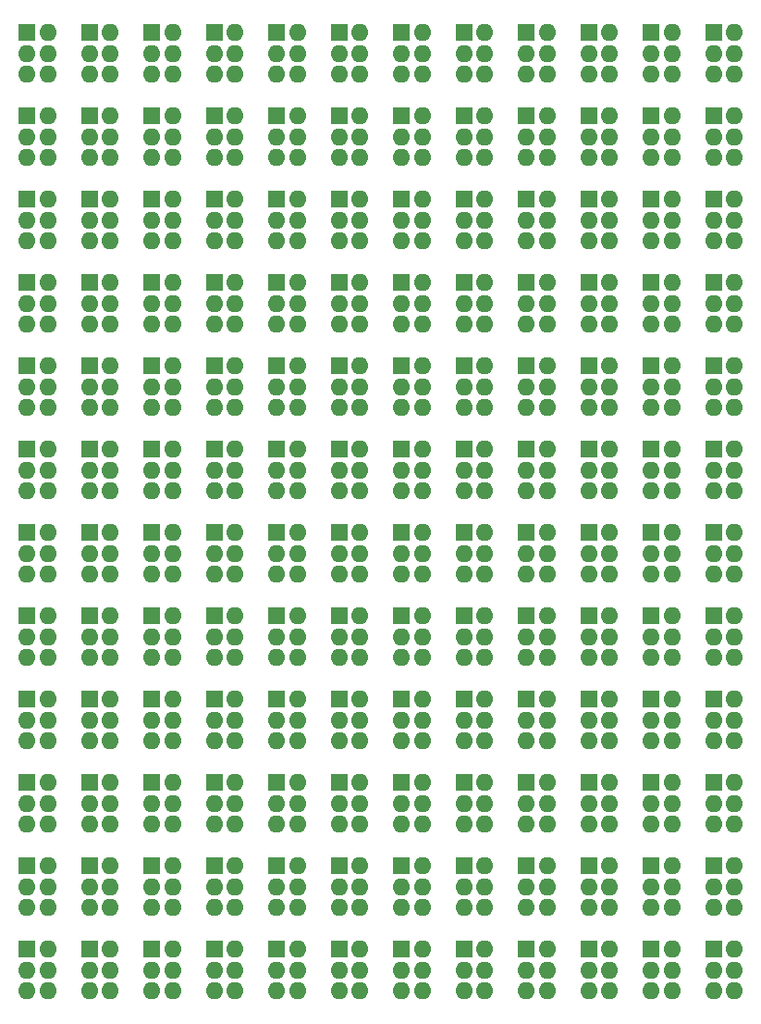
<source format=gbr>
%TF.GenerationSoftware,KiCad,Pcbnew,(6.0.10-0)*%
%TF.CreationDate,2023-11-17T22:44:04+01:00*%
%TF.ProjectId,test sensor panelized,74657374-2073-4656-9e73-6f722070616e,rev?*%
%TF.SameCoordinates,Original*%
%TF.FileFunction,Copper,L2,Bot*%
%TF.FilePolarity,Positive*%
%FSLAX46Y46*%
G04 Gerber Fmt 4.6, Leading zero omitted, Abs format (unit mm)*
G04 Created by KiCad (PCBNEW (6.0.10-0)) date 2023-11-17 22:44:04*
%MOMM*%
%LPD*%
G01*
G04 APERTURE LIST*
%TA.AperFunction,ComponentPad*%
%ADD10R,1.600000X1.600000*%
%TD*%
%TA.AperFunction,ComponentPad*%
%ADD11O,1.600000X1.600000*%
%TD*%
G04 APERTURE END LIST*
D10*
%TO.P,SW1,1*%
%TO.N,N/C*%
X150130000Y-59385000D03*
D11*
%TO.P,SW1,2*%
X150130000Y-61290000D03*
%TO.P,SW1,3*%
X150130000Y-63195000D03*
%TO.P,SW1,4*%
X152035000Y-63195000D03*
%TO.P,SW1,5*%
X152035000Y-61290000D03*
%TO.P,SW1,6*%
X152035000Y-59385000D03*
%TD*%
D10*
%TO.P,SW1,1*%
%TO.N,N/C*%
X127270000Y-112725000D03*
D11*
%TO.P,SW1,2*%
X127270000Y-114630000D03*
%TO.P,SW1,3*%
X127270000Y-116535000D03*
%TO.P,SW1,4*%
X129175000Y-116535000D03*
%TO.P,SW1,5*%
X129175000Y-114630000D03*
%TO.P,SW1,6*%
X129175000Y-112725000D03*
%TD*%
D10*
%TO.P,SW1,1*%
%TO.N,N/C*%
X138700000Y-28905000D03*
D11*
%TO.P,SW1,2*%
X138700000Y-30810000D03*
%TO.P,SW1,3*%
X138700000Y-32715000D03*
%TO.P,SW1,4*%
X140605000Y-32715000D03*
%TO.P,SW1,5*%
X140605000Y-30810000D03*
%TO.P,SW1,6*%
X140605000Y-28905000D03*
%TD*%
D10*
%TO.P,SW1,1*%
%TO.N,N/C*%
X144415000Y-97485000D03*
D11*
%TO.P,SW1,2*%
X144415000Y-99390000D03*
%TO.P,SW1,3*%
X144415000Y-101295000D03*
%TO.P,SW1,4*%
X146320000Y-101295000D03*
%TO.P,SW1,5*%
X146320000Y-99390000D03*
%TO.P,SW1,6*%
X146320000Y-97485000D03*
%TD*%
D10*
%TO.P,SW1,1*%
%TO.N,N/C*%
X155845000Y-36525000D03*
D11*
%TO.P,SW1,2*%
X155845000Y-38430000D03*
%TO.P,SW1,3*%
X155845000Y-40335000D03*
%TO.P,SW1,4*%
X157750000Y-40335000D03*
%TO.P,SW1,5*%
X157750000Y-38430000D03*
%TO.P,SW1,6*%
X157750000Y-36525000D03*
%TD*%
D10*
%TO.P,SW1,1*%
%TO.N,N/C*%
X150130000Y-67005000D03*
D11*
%TO.P,SW1,2*%
X150130000Y-68910000D03*
%TO.P,SW1,3*%
X150130000Y-70815000D03*
%TO.P,SW1,4*%
X152035000Y-70815000D03*
%TO.P,SW1,5*%
X152035000Y-68910000D03*
%TO.P,SW1,6*%
X152035000Y-67005000D03*
%TD*%
D10*
%TO.P,SW1,1*%
%TO.N,N/C*%
X155845000Y-74625000D03*
D11*
%TO.P,SW1,2*%
X155845000Y-76530000D03*
%TO.P,SW1,3*%
X155845000Y-78435000D03*
%TO.P,SW1,4*%
X157750000Y-78435000D03*
%TO.P,SW1,5*%
X157750000Y-76530000D03*
%TO.P,SW1,6*%
X157750000Y-74625000D03*
%TD*%
D10*
%TO.P,SW1,1*%
%TO.N,N/C*%
X172990000Y-89865000D03*
D11*
%TO.P,SW1,2*%
X172990000Y-91770000D03*
%TO.P,SW1,3*%
X172990000Y-93675000D03*
%TO.P,SW1,4*%
X174895000Y-93675000D03*
%TO.P,SW1,5*%
X174895000Y-91770000D03*
%TO.P,SW1,6*%
X174895000Y-89865000D03*
%TD*%
D10*
%TO.P,SW1,1*%
%TO.N,N/C*%
X144415000Y-44145000D03*
D11*
%TO.P,SW1,2*%
X144415000Y-46050000D03*
%TO.P,SW1,3*%
X144415000Y-47955000D03*
%TO.P,SW1,4*%
X146320000Y-47955000D03*
%TO.P,SW1,5*%
X146320000Y-46050000D03*
%TO.P,SW1,6*%
X146320000Y-44145000D03*
%TD*%
D10*
%TO.P,SW1,1*%
%TO.N,N/C*%
X178705000Y-82245000D03*
D11*
%TO.P,SW1,2*%
X178705000Y-84150000D03*
%TO.P,SW1,3*%
X178705000Y-86055000D03*
%TO.P,SW1,4*%
X180610000Y-86055000D03*
%TO.P,SW1,5*%
X180610000Y-84150000D03*
%TO.P,SW1,6*%
X180610000Y-82245000D03*
%TD*%
D10*
%TO.P,SW1,1*%
%TO.N,N/C*%
X132985000Y-97485000D03*
D11*
%TO.P,SW1,2*%
X132985000Y-99390000D03*
%TO.P,SW1,3*%
X132985000Y-101295000D03*
%TO.P,SW1,4*%
X134890000Y-101295000D03*
%TO.P,SW1,5*%
X134890000Y-99390000D03*
%TO.P,SW1,6*%
X134890000Y-97485000D03*
%TD*%
D10*
%TO.P,SW1,1*%
%TO.N,N/C*%
X155845000Y-51765000D03*
D11*
%TO.P,SW1,2*%
X155845000Y-53670000D03*
%TO.P,SW1,3*%
X155845000Y-55575000D03*
%TO.P,SW1,4*%
X157750000Y-55575000D03*
%TO.P,SW1,5*%
X157750000Y-53670000D03*
%TO.P,SW1,6*%
X157750000Y-51765000D03*
%TD*%
D10*
%TO.P,SW1,1*%
%TO.N,N/C*%
X155845000Y-82245000D03*
D11*
%TO.P,SW1,2*%
X155845000Y-84150000D03*
%TO.P,SW1,3*%
X155845000Y-86055000D03*
%TO.P,SW1,4*%
X157750000Y-86055000D03*
%TO.P,SW1,5*%
X157750000Y-84150000D03*
%TO.P,SW1,6*%
X157750000Y-82245000D03*
%TD*%
D10*
%TO.P,SW1,1*%
%TO.N,N/C*%
X115840000Y-36525000D03*
D11*
%TO.P,SW1,2*%
X115840000Y-38430000D03*
%TO.P,SW1,3*%
X115840000Y-40335000D03*
%TO.P,SW1,4*%
X117745000Y-40335000D03*
%TO.P,SW1,5*%
X117745000Y-38430000D03*
%TO.P,SW1,6*%
X117745000Y-36525000D03*
%TD*%
D10*
%TO.P,SW1,1*%
%TO.N,N/C*%
X155845000Y-59385000D03*
D11*
%TO.P,SW1,2*%
X155845000Y-61290000D03*
%TO.P,SW1,3*%
X155845000Y-63195000D03*
%TO.P,SW1,4*%
X157750000Y-63195000D03*
%TO.P,SW1,5*%
X157750000Y-61290000D03*
%TO.P,SW1,6*%
X157750000Y-59385000D03*
%TD*%
D10*
%TO.P,SW1,1*%
%TO.N,N/C*%
X172990000Y-82245000D03*
D11*
%TO.P,SW1,2*%
X172990000Y-84150000D03*
%TO.P,SW1,3*%
X172990000Y-86055000D03*
%TO.P,SW1,4*%
X174895000Y-86055000D03*
%TO.P,SW1,5*%
X174895000Y-84150000D03*
%TO.P,SW1,6*%
X174895000Y-82245000D03*
%TD*%
D10*
%TO.P,SW1,1*%
%TO.N,N/C*%
X167275000Y-74625000D03*
D11*
%TO.P,SW1,2*%
X167275000Y-76530000D03*
%TO.P,SW1,3*%
X167275000Y-78435000D03*
%TO.P,SW1,4*%
X169180000Y-78435000D03*
%TO.P,SW1,5*%
X169180000Y-76530000D03*
%TO.P,SW1,6*%
X169180000Y-74625000D03*
%TD*%
D10*
%TO.P,SW1,1*%
%TO.N,N/C*%
X167275000Y-105105000D03*
D11*
%TO.P,SW1,2*%
X167275000Y-107010000D03*
%TO.P,SW1,3*%
X167275000Y-108915000D03*
%TO.P,SW1,4*%
X169180000Y-108915000D03*
%TO.P,SW1,5*%
X169180000Y-107010000D03*
%TO.P,SW1,6*%
X169180000Y-105105000D03*
%TD*%
D10*
%TO.P,SW1,1*%
%TO.N,N/C*%
X127270000Y-89865000D03*
D11*
%TO.P,SW1,2*%
X127270000Y-91770000D03*
%TO.P,SW1,3*%
X127270000Y-93675000D03*
%TO.P,SW1,4*%
X129175000Y-93675000D03*
%TO.P,SW1,5*%
X129175000Y-91770000D03*
%TO.P,SW1,6*%
X129175000Y-89865000D03*
%TD*%
D10*
%TO.P,SW1,1*%
%TO.N,N/C*%
X115840000Y-89865000D03*
D11*
%TO.P,SW1,2*%
X115840000Y-91770000D03*
%TO.P,SW1,3*%
X115840000Y-93675000D03*
%TO.P,SW1,4*%
X117745000Y-93675000D03*
%TO.P,SW1,5*%
X117745000Y-91770000D03*
%TO.P,SW1,6*%
X117745000Y-89865000D03*
%TD*%
D10*
%TO.P,SW1,1*%
%TO.N,N/C*%
X138700000Y-36525000D03*
D11*
%TO.P,SW1,2*%
X138700000Y-38430000D03*
%TO.P,SW1,3*%
X138700000Y-40335000D03*
%TO.P,SW1,4*%
X140605000Y-40335000D03*
%TO.P,SW1,5*%
X140605000Y-38430000D03*
%TO.P,SW1,6*%
X140605000Y-36525000D03*
%TD*%
D10*
%TO.P,SW1,1*%
%TO.N,N/C*%
X150130000Y-28905000D03*
D11*
%TO.P,SW1,2*%
X150130000Y-30810000D03*
%TO.P,SW1,3*%
X150130000Y-32715000D03*
%TO.P,SW1,4*%
X152035000Y-32715000D03*
%TO.P,SW1,5*%
X152035000Y-30810000D03*
%TO.P,SW1,6*%
X152035000Y-28905000D03*
%TD*%
D10*
%TO.P,SW1,1*%
%TO.N,N/C*%
X144415000Y-82245000D03*
D11*
%TO.P,SW1,2*%
X144415000Y-84150000D03*
%TO.P,SW1,3*%
X144415000Y-86055000D03*
%TO.P,SW1,4*%
X146320000Y-86055000D03*
%TO.P,SW1,5*%
X146320000Y-84150000D03*
%TO.P,SW1,6*%
X146320000Y-82245000D03*
%TD*%
D10*
%TO.P,SW1,1*%
%TO.N,N/C*%
X127270000Y-105105000D03*
D11*
%TO.P,SW1,2*%
X127270000Y-107010000D03*
%TO.P,SW1,3*%
X127270000Y-108915000D03*
%TO.P,SW1,4*%
X129175000Y-108915000D03*
%TO.P,SW1,5*%
X129175000Y-107010000D03*
%TO.P,SW1,6*%
X129175000Y-105105000D03*
%TD*%
D10*
%TO.P,SW1,1*%
%TO.N,N/C*%
X172990000Y-28905000D03*
D11*
%TO.P,SW1,2*%
X172990000Y-30810000D03*
%TO.P,SW1,3*%
X172990000Y-32715000D03*
%TO.P,SW1,4*%
X174895000Y-32715000D03*
%TO.P,SW1,5*%
X174895000Y-30810000D03*
%TO.P,SW1,6*%
X174895000Y-28905000D03*
%TD*%
D10*
%TO.P,SW1,1*%
%TO.N,N/C*%
X121555000Y-51765000D03*
D11*
%TO.P,SW1,2*%
X121555000Y-53670000D03*
%TO.P,SW1,3*%
X121555000Y-55575000D03*
%TO.P,SW1,4*%
X123460000Y-55575000D03*
%TO.P,SW1,5*%
X123460000Y-53670000D03*
%TO.P,SW1,6*%
X123460000Y-51765000D03*
%TD*%
D10*
%TO.P,SW1,1*%
%TO.N,N/C*%
X167275000Y-67005000D03*
D11*
%TO.P,SW1,2*%
X167275000Y-68910000D03*
%TO.P,SW1,3*%
X167275000Y-70815000D03*
%TO.P,SW1,4*%
X169180000Y-70815000D03*
%TO.P,SW1,5*%
X169180000Y-68910000D03*
%TO.P,SW1,6*%
X169180000Y-67005000D03*
%TD*%
D10*
%TO.P,SW1,1*%
%TO.N,N/C*%
X127270000Y-67005000D03*
D11*
%TO.P,SW1,2*%
X127270000Y-68910000D03*
%TO.P,SW1,3*%
X127270000Y-70815000D03*
%TO.P,SW1,4*%
X129175000Y-70815000D03*
%TO.P,SW1,5*%
X129175000Y-68910000D03*
%TO.P,SW1,6*%
X129175000Y-67005000D03*
%TD*%
D10*
%TO.P,SW1,1*%
%TO.N,N/C*%
X172990000Y-67005000D03*
D11*
%TO.P,SW1,2*%
X172990000Y-68910000D03*
%TO.P,SW1,3*%
X172990000Y-70815000D03*
%TO.P,SW1,4*%
X174895000Y-70815000D03*
%TO.P,SW1,5*%
X174895000Y-68910000D03*
%TO.P,SW1,6*%
X174895000Y-67005000D03*
%TD*%
D10*
%TO.P,SW1,1*%
%TO.N,N/C*%
X144415000Y-36525000D03*
D11*
%TO.P,SW1,2*%
X144415000Y-38430000D03*
%TO.P,SW1,3*%
X144415000Y-40335000D03*
%TO.P,SW1,4*%
X146320000Y-40335000D03*
%TO.P,SW1,5*%
X146320000Y-38430000D03*
%TO.P,SW1,6*%
X146320000Y-36525000D03*
%TD*%
D10*
%TO.P,SW1,1*%
%TO.N,N/C*%
X132985000Y-67005000D03*
D11*
%TO.P,SW1,2*%
X132985000Y-68910000D03*
%TO.P,SW1,3*%
X132985000Y-70815000D03*
%TO.P,SW1,4*%
X134890000Y-70815000D03*
%TO.P,SW1,5*%
X134890000Y-68910000D03*
%TO.P,SW1,6*%
X134890000Y-67005000D03*
%TD*%
D10*
%TO.P,SW1,1*%
%TO.N,N/C*%
X144415000Y-67005000D03*
D11*
%TO.P,SW1,2*%
X144415000Y-68910000D03*
%TO.P,SW1,3*%
X144415000Y-70815000D03*
%TO.P,SW1,4*%
X146320000Y-70815000D03*
%TO.P,SW1,5*%
X146320000Y-68910000D03*
%TO.P,SW1,6*%
X146320000Y-67005000D03*
%TD*%
D10*
%TO.P,SW1,1*%
%TO.N,N/C*%
X115840000Y-112725000D03*
D11*
%TO.P,SW1,2*%
X115840000Y-114630000D03*
%TO.P,SW1,3*%
X115840000Y-116535000D03*
%TO.P,SW1,4*%
X117745000Y-116535000D03*
%TO.P,SW1,5*%
X117745000Y-114630000D03*
%TO.P,SW1,6*%
X117745000Y-112725000D03*
%TD*%
D10*
%TO.P,SW1,1*%
%TO.N,N/C*%
X132985000Y-112725000D03*
D11*
%TO.P,SW1,2*%
X132985000Y-114630000D03*
%TO.P,SW1,3*%
X132985000Y-116535000D03*
%TO.P,SW1,4*%
X134890000Y-116535000D03*
%TO.P,SW1,5*%
X134890000Y-114630000D03*
%TO.P,SW1,6*%
X134890000Y-112725000D03*
%TD*%
D10*
%TO.P,SW1,1*%
%TO.N,N/C*%
X161560000Y-67005000D03*
D11*
%TO.P,SW1,2*%
X161560000Y-68910000D03*
%TO.P,SW1,3*%
X161560000Y-70815000D03*
%TO.P,SW1,4*%
X163465000Y-70815000D03*
%TO.P,SW1,5*%
X163465000Y-68910000D03*
%TO.P,SW1,6*%
X163465000Y-67005000D03*
%TD*%
D10*
%TO.P,SW1,1*%
%TO.N,N/C*%
X150130000Y-44145000D03*
D11*
%TO.P,SW1,2*%
X150130000Y-46050000D03*
%TO.P,SW1,3*%
X150130000Y-47955000D03*
%TO.P,SW1,4*%
X152035000Y-47955000D03*
%TO.P,SW1,5*%
X152035000Y-46050000D03*
%TO.P,SW1,6*%
X152035000Y-44145000D03*
%TD*%
D10*
%TO.P,SW1,1*%
%TO.N,N/C*%
X167275000Y-59385000D03*
D11*
%TO.P,SW1,2*%
X167275000Y-61290000D03*
%TO.P,SW1,3*%
X167275000Y-63195000D03*
%TO.P,SW1,4*%
X169180000Y-63195000D03*
%TO.P,SW1,5*%
X169180000Y-61290000D03*
%TO.P,SW1,6*%
X169180000Y-59385000D03*
%TD*%
D10*
%TO.P,SW1,1*%
%TO.N,N/C*%
X138700000Y-51765000D03*
D11*
%TO.P,SW1,2*%
X138700000Y-53670000D03*
%TO.P,SW1,3*%
X138700000Y-55575000D03*
%TO.P,SW1,4*%
X140605000Y-55575000D03*
%TO.P,SW1,5*%
X140605000Y-53670000D03*
%TO.P,SW1,6*%
X140605000Y-51765000D03*
%TD*%
D10*
%TO.P,SW1,1*%
%TO.N,N/C*%
X144415000Y-112725000D03*
D11*
%TO.P,SW1,2*%
X144415000Y-114630000D03*
%TO.P,SW1,3*%
X144415000Y-116535000D03*
%TO.P,SW1,4*%
X146320000Y-116535000D03*
%TO.P,SW1,5*%
X146320000Y-114630000D03*
%TO.P,SW1,6*%
X146320000Y-112725000D03*
%TD*%
D10*
%TO.P,SW1,1*%
%TO.N,N/C*%
X172990000Y-51765000D03*
D11*
%TO.P,SW1,2*%
X172990000Y-53670000D03*
%TO.P,SW1,3*%
X172990000Y-55575000D03*
%TO.P,SW1,4*%
X174895000Y-55575000D03*
%TO.P,SW1,5*%
X174895000Y-53670000D03*
%TO.P,SW1,6*%
X174895000Y-51765000D03*
%TD*%
D10*
%TO.P,SW1,1*%
%TO.N,N/C*%
X150130000Y-97485000D03*
D11*
%TO.P,SW1,2*%
X150130000Y-99390000D03*
%TO.P,SW1,3*%
X150130000Y-101295000D03*
%TO.P,SW1,4*%
X152035000Y-101295000D03*
%TO.P,SW1,5*%
X152035000Y-99390000D03*
%TO.P,SW1,6*%
X152035000Y-97485000D03*
%TD*%
D10*
%TO.P,SW1,1*%
%TO.N,N/C*%
X127270000Y-36525000D03*
D11*
%TO.P,SW1,2*%
X127270000Y-38430000D03*
%TO.P,SW1,3*%
X127270000Y-40335000D03*
%TO.P,SW1,4*%
X129175000Y-40335000D03*
%TO.P,SW1,5*%
X129175000Y-38430000D03*
%TO.P,SW1,6*%
X129175000Y-36525000D03*
%TD*%
D10*
%TO.P,SW1,1*%
%TO.N,N/C*%
X144415000Y-74625000D03*
D11*
%TO.P,SW1,2*%
X144415000Y-76530000D03*
%TO.P,SW1,3*%
X144415000Y-78435000D03*
%TO.P,SW1,4*%
X146320000Y-78435000D03*
%TO.P,SW1,5*%
X146320000Y-76530000D03*
%TO.P,SW1,6*%
X146320000Y-74625000D03*
%TD*%
D10*
%TO.P,SW1,1*%
%TO.N,N/C*%
X155845000Y-28905000D03*
D11*
%TO.P,SW1,2*%
X155845000Y-30810000D03*
%TO.P,SW1,3*%
X155845000Y-32715000D03*
%TO.P,SW1,4*%
X157750000Y-32715000D03*
%TO.P,SW1,5*%
X157750000Y-30810000D03*
%TO.P,SW1,6*%
X157750000Y-28905000D03*
%TD*%
D10*
%TO.P,SW1,1*%
%TO.N,N/C*%
X167275000Y-28905000D03*
D11*
%TO.P,SW1,2*%
X167275000Y-30810000D03*
%TO.P,SW1,3*%
X167275000Y-32715000D03*
%TO.P,SW1,4*%
X169180000Y-32715000D03*
%TO.P,SW1,5*%
X169180000Y-30810000D03*
%TO.P,SW1,6*%
X169180000Y-28905000D03*
%TD*%
D10*
%TO.P,SW1,1*%
%TO.N,N/C*%
X172990000Y-112725000D03*
D11*
%TO.P,SW1,2*%
X172990000Y-114630000D03*
%TO.P,SW1,3*%
X172990000Y-116535000D03*
%TO.P,SW1,4*%
X174895000Y-116535000D03*
%TO.P,SW1,5*%
X174895000Y-114630000D03*
%TO.P,SW1,6*%
X174895000Y-112725000D03*
%TD*%
D10*
%TO.P,SW1,1*%
%TO.N,N/C*%
X115840000Y-74625000D03*
D11*
%TO.P,SW1,2*%
X115840000Y-76530000D03*
%TO.P,SW1,3*%
X115840000Y-78435000D03*
%TO.P,SW1,4*%
X117745000Y-78435000D03*
%TO.P,SW1,5*%
X117745000Y-76530000D03*
%TO.P,SW1,6*%
X117745000Y-74625000D03*
%TD*%
D10*
%TO.P,SW1,1*%
%TO.N,N/C*%
X121555000Y-97485000D03*
D11*
%TO.P,SW1,2*%
X121555000Y-99390000D03*
%TO.P,SW1,3*%
X121555000Y-101295000D03*
%TO.P,SW1,4*%
X123460000Y-101295000D03*
%TO.P,SW1,5*%
X123460000Y-99390000D03*
%TO.P,SW1,6*%
X123460000Y-97485000D03*
%TD*%
D10*
%TO.P,SW1,1*%
%TO.N,N/C*%
X132985000Y-74625000D03*
D11*
%TO.P,SW1,2*%
X132985000Y-76530000D03*
%TO.P,SW1,3*%
X132985000Y-78435000D03*
%TO.P,SW1,4*%
X134890000Y-78435000D03*
%TO.P,SW1,5*%
X134890000Y-76530000D03*
%TO.P,SW1,6*%
X134890000Y-74625000D03*
%TD*%
D10*
%TO.P,SW1,1*%
%TO.N,N/C*%
X132985000Y-51765000D03*
D11*
%TO.P,SW1,2*%
X132985000Y-53670000D03*
%TO.P,SW1,3*%
X132985000Y-55575000D03*
%TO.P,SW1,4*%
X134890000Y-55575000D03*
%TO.P,SW1,5*%
X134890000Y-53670000D03*
%TO.P,SW1,6*%
X134890000Y-51765000D03*
%TD*%
D10*
%TO.P,SW1,1*%
%TO.N,N/C*%
X132985000Y-89865000D03*
D11*
%TO.P,SW1,2*%
X132985000Y-91770000D03*
%TO.P,SW1,3*%
X132985000Y-93675000D03*
%TO.P,SW1,4*%
X134890000Y-93675000D03*
%TO.P,SW1,5*%
X134890000Y-91770000D03*
%TO.P,SW1,6*%
X134890000Y-89865000D03*
%TD*%
D10*
%TO.P,SW1,1*%
%TO.N,N/C*%
X167275000Y-97485000D03*
D11*
%TO.P,SW1,2*%
X167275000Y-99390000D03*
%TO.P,SW1,3*%
X167275000Y-101295000D03*
%TO.P,SW1,4*%
X169180000Y-101295000D03*
%TO.P,SW1,5*%
X169180000Y-99390000D03*
%TO.P,SW1,6*%
X169180000Y-97485000D03*
%TD*%
D10*
%TO.P,SW1,1*%
%TO.N,N/C*%
X167275000Y-82245000D03*
D11*
%TO.P,SW1,2*%
X167275000Y-84150000D03*
%TO.P,SW1,3*%
X167275000Y-86055000D03*
%TO.P,SW1,4*%
X169180000Y-86055000D03*
%TO.P,SW1,5*%
X169180000Y-84150000D03*
%TO.P,SW1,6*%
X169180000Y-82245000D03*
%TD*%
D10*
%TO.P,SW1,1*%
%TO.N,N/C*%
X144415000Y-51765000D03*
D11*
%TO.P,SW1,2*%
X144415000Y-53670000D03*
%TO.P,SW1,3*%
X144415000Y-55575000D03*
%TO.P,SW1,4*%
X146320000Y-55575000D03*
%TO.P,SW1,5*%
X146320000Y-53670000D03*
%TO.P,SW1,6*%
X146320000Y-51765000D03*
%TD*%
D10*
%TO.P,SW1,1*%
%TO.N,N/C*%
X115840000Y-51765000D03*
D11*
%TO.P,SW1,2*%
X115840000Y-53670000D03*
%TO.P,SW1,3*%
X115840000Y-55575000D03*
%TO.P,SW1,4*%
X117745000Y-55575000D03*
%TO.P,SW1,5*%
X117745000Y-53670000D03*
%TO.P,SW1,6*%
X117745000Y-51765000D03*
%TD*%
D10*
%TO.P,SW1,1*%
%TO.N,N/C*%
X121555000Y-36525000D03*
D11*
%TO.P,SW1,2*%
X121555000Y-38430000D03*
%TO.P,SW1,3*%
X121555000Y-40335000D03*
%TO.P,SW1,4*%
X123460000Y-40335000D03*
%TO.P,SW1,5*%
X123460000Y-38430000D03*
%TO.P,SW1,6*%
X123460000Y-36525000D03*
%TD*%
D10*
%TO.P,SW1,1*%
%TO.N,N/C*%
X178705000Y-89865000D03*
D11*
%TO.P,SW1,2*%
X178705000Y-91770000D03*
%TO.P,SW1,3*%
X178705000Y-93675000D03*
%TO.P,SW1,4*%
X180610000Y-93675000D03*
%TO.P,SW1,5*%
X180610000Y-91770000D03*
%TO.P,SW1,6*%
X180610000Y-89865000D03*
%TD*%
D10*
%TO.P,SW1,1*%
%TO.N,N/C*%
X132985000Y-44145000D03*
D11*
%TO.P,SW1,2*%
X132985000Y-46050000D03*
%TO.P,SW1,3*%
X132985000Y-47955000D03*
%TO.P,SW1,4*%
X134890000Y-47955000D03*
%TO.P,SW1,5*%
X134890000Y-46050000D03*
%TO.P,SW1,6*%
X134890000Y-44145000D03*
%TD*%
D10*
%TO.P,SW1,1*%
%TO.N,N/C*%
X178705000Y-74625000D03*
D11*
%TO.P,SW1,2*%
X178705000Y-76530000D03*
%TO.P,SW1,3*%
X178705000Y-78435000D03*
%TO.P,SW1,4*%
X180610000Y-78435000D03*
%TO.P,SW1,5*%
X180610000Y-76530000D03*
%TO.P,SW1,6*%
X180610000Y-74625000D03*
%TD*%
D10*
%TO.P,SW1,1*%
%TO.N,N/C*%
X115840000Y-97485000D03*
D11*
%TO.P,SW1,2*%
X115840000Y-99390000D03*
%TO.P,SW1,3*%
X115840000Y-101295000D03*
%TO.P,SW1,4*%
X117745000Y-101295000D03*
%TO.P,SW1,5*%
X117745000Y-99390000D03*
%TO.P,SW1,6*%
X117745000Y-97485000D03*
%TD*%
D10*
%TO.P,SW1,1*%
%TO.N,N/C*%
X115840000Y-105105000D03*
D11*
%TO.P,SW1,2*%
X115840000Y-107010000D03*
%TO.P,SW1,3*%
X115840000Y-108915000D03*
%TO.P,SW1,4*%
X117745000Y-108915000D03*
%TO.P,SW1,5*%
X117745000Y-107010000D03*
%TO.P,SW1,6*%
X117745000Y-105105000D03*
%TD*%
D10*
%TO.P,SW1,1*%
%TO.N,N/C*%
X161560000Y-105105000D03*
D11*
%TO.P,SW1,2*%
X161560000Y-107010000D03*
%TO.P,SW1,3*%
X161560000Y-108915000D03*
%TO.P,SW1,4*%
X163465000Y-108915000D03*
%TO.P,SW1,5*%
X163465000Y-107010000D03*
%TO.P,SW1,6*%
X163465000Y-105105000D03*
%TD*%
D10*
%TO.P,SW1,1*%
%TO.N,N/C*%
X161560000Y-97485000D03*
D11*
%TO.P,SW1,2*%
X161560000Y-99390000D03*
%TO.P,SW1,3*%
X161560000Y-101295000D03*
%TO.P,SW1,4*%
X163465000Y-101295000D03*
%TO.P,SW1,5*%
X163465000Y-99390000D03*
%TO.P,SW1,6*%
X163465000Y-97485000D03*
%TD*%
D10*
%TO.P,SW1,1*%
%TO.N,N/C*%
X161560000Y-112725000D03*
D11*
%TO.P,SW1,2*%
X161560000Y-114630000D03*
%TO.P,SW1,3*%
X161560000Y-116535000D03*
%TO.P,SW1,4*%
X163465000Y-116535000D03*
%TO.P,SW1,5*%
X163465000Y-114630000D03*
%TO.P,SW1,6*%
X163465000Y-112725000D03*
%TD*%
D10*
%TO.P,SW1,1*%
%TO.N,N/C*%
X138700000Y-59385000D03*
D11*
%TO.P,SW1,2*%
X138700000Y-61290000D03*
%TO.P,SW1,3*%
X138700000Y-63195000D03*
%TO.P,SW1,4*%
X140605000Y-63195000D03*
%TO.P,SW1,5*%
X140605000Y-61290000D03*
%TO.P,SW1,6*%
X140605000Y-59385000D03*
%TD*%
D10*
%TO.P,SW1,1*%
%TO.N,N/C*%
X138700000Y-44145000D03*
D11*
%TO.P,SW1,2*%
X138700000Y-46050000D03*
%TO.P,SW1,3*%
X138700000Y-47955000D03*
%TO.P,SW1,4*%
X140605000Y-47955000D03*
%TO.P,SW1,5*%
X140605000Y-46050000D03*
%TO.P,SW1,6*%
X140605000Y-44145000D03*
%TD*%
D10*
%TO.P,SW1,1*%
%TO.N,N/C*%
X161560000Y-51765000D03*
D11*
%TO.P,SW1,2*%
X161560000Y-53670000D03*
%TO.P,SW1,3*%
X161560000Y-55575000D03*
%TO.P,SW1,4*%
X163465000Y-55575000D03*
%TO.P,SW1,5*%
X163465000Y-53670000D03*
%TO.P,SW1,6*%
X163465000Y-51765000D03*
%TD*%
D10*
%TO.P,SW1,1*%
%TO.N,N/C*%
X138700000Y-97485000D03*
D11*
%TO.P,SW1,2*%
X138700000Y-99390000D03*
%TO.P,SW1,3*%
X138700000Y-101295000D03*
%TO.P,SW1,4*%
X140605000Y-101295000D03*
%TO.P,SW1,5*%
X140605000Y-99390000D03*
%TO.P,SW1,6*%
X140605000Y-97485000D03*
%TD*%
D10*
%TO.P,SW1,1*%
%TO.N,N/C*%
X138700000Y-67005000D03*
D11*
%TO.P,SW1,2*%
X138700000Y-68910000D03*
%TO.P,SW1,3*%
X138700000Y-70815000D03*
%TO.P,SW1,4*%
X140605000Y-70815000D03*
%TO.P,SW1,5*%
X140605000Y-68910000D03*
%TO.P,SW1,6*%
X140605000Y-67005000D03*
%TD*%
D10*
%TO.P,SW1,1*%
%TO.N,N/C*%
X161560000Y-36525000D03*
D11*
%TO.P,SW1,2*%
X161560000Y-38430000D03*
%TO.P,SW1,3*%
X161560000Y-40335000D03*
%TO.P,SW1,4*%
X163465000Y-40335000D03*
%TO.P,SW1,5*%
X163465000Y-38430000D03*
%TO.P,SW1,6*%
X163465000Y-36525000D03*
%TD*%
D10*
%TO.P,SW1,1*%
%TO.N,N/C*%
X161560000Y-89865000D03*
D11*
%TO.P,SW1,2*%
X161560000Y-91770000D03*
%TO.P,SW1,3*%
X161560000Y-93675000D03*
%TO.P,SW1,4*%
X163465000Y-93675000D03*
%TO.P,SW1,5*%
X163465000Y-91770000D03*
%TO.P,SW1,6*%
X163465000Y-89865000D03*
%TD*%
D10*
%TO.P,SW1,1*%
%TO.N,N/C*%
X161560000Y-82245000D03*
D11*
%TO.P,SW1,2*%
X161560000Y-84150000D03*
%TO.P,SW1,3*%
X161560000Y-86055000D03*
%TO.P,SW1,4*%
X163465000Y-86055000D03*
%TO.P,SW1,5*%
X163465000Y-84150000D03*
%TO.P,SW1,6*%
X163465000Y-82245000D03*
%TD*%
D10*
%TO.P,SW1,1*%
%TO.N,N/C*%
X127270000Y-44145000D03*
D11*
%TO.P,SW1,2*%
X127270000Y-46050000D03*
%TO.P,SW1,3*%
X127270000Y-47955000D03*
%TO.P,SW1,4*%
X129175000Y-47955000D03*
%TO.P,SW1,5*%
X129175000Y-46050000D03*
%TO.P,SW1,6*%
X129175000Y-44145000D03*
%TD*%
D10*
%TO.P,SW1,1*%
%TO.N,N/C*%
X132985000Y-105105000D03*
D11*
%TO.P,SW1,2*%
X132985000Y-107010000D03*
%TO.P,SW1,3*%
X132985000Y-108915000D03*
%TO.P,SW1,4*%
X134890000Y-108915000D03*
%TO.P,SW1,5*%
X134890000Y-107010000D03*
%TO.P,SW1,6*%
X134890000Y-105105000D03*
%TD*%
D10*
%TO.P,SW1,1*%
%TO.N,N/C*%
X127270000Y-28905000D03*
D11*
%TO.P,SW1,2*%
X127270000Y-30810000D03*
%TO.P,SW1,3*%
X127270000Y-32715000D03*
%TO.P,SW1,4*%
X129175000Y-32715000D03*
%TO.P,SW1,5*%
X129175000Y-30810000D03*
%TO.P,SW1,6*%
X129175000Y-28905000D03*
%TD*%
D10*
%TO.P,SW1,1*%
%TO.N,N/C*%
X132985000Y-82245000D03*
D11*
%TO.P,SW1,2*%
X132985000Y-84150000D03*
%TO.P,SW1,3*%
X132985000Y-86055000D03*
%TO.P,SW1,4*%
X134890000Y-86055000D03*
%TO.P,SW1,5*%
X134890000Y-84150000D03*
%TO.P,SW1,6*%
X134890000Y-82245000D03*
%TD*%
D10*
%TO.P,SW1,1*%
%TO.N,N/C*%
X138700000Y-74625000D03*
D11*
%TO.P,SW1,2*%
X138700000Y-76530000D03*
%TO.P,SW1,3*%
X138700000Y-78435000D03*
%TO.P,SW1,4*%
X140605000Y-78435000D03*
%TO.P,SW1,5*%
X140605000Y-76530000D03*
%TO.P,SW1,6*%
X140605000Y-74625000D03*
%TD*%
D10*
%TO.P,SW1,1*%
%TO.N,N/C*%
X155845000Y-97485000D03*
D11*
%TO.P,SW1,2*%
X155845000Y-99390000D03*
%TO.P,SW1,3*%
X155845000Y-101295000D03*
%TO.P,SW1,4*%
X157750000Y-101295000D03*
%TO.P,SW1,5*%
X157750000Y-99390000D03*
%TO.P,SW1,6*%
X157750000Y-97485000D03*
%TD*%
D10*
%TO.P,SW1,1*%
%TO.N,N/C*%
X155845000Y-67005000D03*
D11*
%TO.P,SW1,2*%
X155845000Y-68910000D03*
%TO.P,SW1,3*%
X155845000Y-70815000D03*
%TO.P,SW1,4*%
X157750000Y-70815000D03*
%TO.P,SW1,5*%
X157750000Y-68910000D03*
%TO.P,SW1,6*%
X157750000Y-67005000D03*
%TD*%
D10*
%TO.P,SW1,1*%
%TO.N,N/C*%
X138700000Y-112725000D03*
D11*
%TO.P,SW1,2*%
X138700000Y-114630000D03*
%TO.P,SW1,3*%
X138700000Y-116535000D03*
%TO.P,SW1,4*%
X140605000Y-116535000D03*
%TO.P,SW1,5*%
X140605000Y-114630000D03*
%TO.P,SW1,6*%
X140605000Y-112725000D03*
%TD*%
D10*
%TO.P,SW1,1*%
%TO.N,N/C*%
X161560000Y-44145000D03*
D11*
%TO.P,SW1,2*%
X161560000Y-46050000D03*
%TO.P,SW1,3*%
X161560000Y-47955000D03*
%TO.P,SW1,4*%
X163465000Y-47955000D03*
%TO.P,SW1,5*%
X163465000Y-46050000D03*
%TO.P,SW1,6*%
X163465000Y-44145000D03*
%TD*%
D10*
%TO.P,SW1,1*%
%TO.N,N/C*%
X121555000Y-82245000D03*
D11*
%TO.P,SW1,2*%
X121555000Y-84150000D03*
%TO.P,SW1,3*%
X121555000Y-86055000D03*
%TO.P,SW1,4*%
X123460000Y-86055000D03*
%TO.P,SW1,5*%
X123460000Y-84150000D03*
%TO.P,SW1,6*%
X123460000Y-82245000D03*
%TD*%
D10*
%TO.P,SW1,1*%
%TO.N,N/C*%
X127270000Y-82245000D03*
D11*
%TO.P,SW1,2*%
X127270000Y-84150000D03*
%TO.P,SW1,3*%
X127270000Y-86055000D03*
%TO.P,SW1,4*%
X129175000Y-86055000D03*
%TO.P,SW1,5*%
X129175000Y-84150000D03*
%TO.P,SW1,6*%
X129175000Y-82245000D03*
%TD*%
D10*
%TO.P,SW1,1*%
%TO.N,N/C*%
X178705000Y-97485000D03*
D11*
%TO.P,SW1,2*%
X178705000Y-99390000D03*
%TO.P,SW1,3*%
X178705000Y-101295000D03*
%TO.P,SW1,4*%
X180610000Y-101295000D03*
%TO.P,SW1,5*%
X180610000Y-99390000D03*
%TO.P,SW1,6*%
X180610000Y-97485000D03*
%TD*%
D10*
%TO.P,SW1,1*%
%TO.N,N/C*%
X167275000Y-112725000D03*
D11*
%TO.P,SW1,2*%
X167275000Y-114630000D03*
%TO.P,SW1,3*%
X167275000Y-116535000D03*
%TO.P,SW1,4*%
X169180000Y-116535000D03*
%TO.P,SW1,5*%
X169180000Y-114630000D03*
%TO.P,SW1,6*%
X169180000Y-112725000D03*
%TD*%
D10*
%TO.P,SW1,1*%
%TO.N,N/C*%
X121555000Y-67005000D03*
D11*
%TO.P,SW1,2*%
X121555000Y-68910000D03*
%TO.P,SW1,3*%
X121555000Y-70815000D03*
%TO.P,SW1,4*%
X123460000Y-70815000D03*
%TO.P,SW1,5*%
X123460000Y-68910000D03*
%TO.P,SW1,6*%
X123460000Y-67005000D03*
%TD*%
D10*
%TO.P,SW1,1*%
%TO.N,N/C*%
X115840000Y-28905000D03*
D11*
%TO.P,SW1,2*%
X115840000Y-30810000D03*
%TO.P,SW1,3*%
X115840000Y-32715000D03*
%TO.P,SW1,4*%
X117745000Y-32715000D03*
%TO.P,SW1,5*%
X117745000Y-30810000D03*
%TO.P,SW1,6*%
X117745000Y-28905000D03*
%TD*%
D10*
%TO.P,SW1,1*%
%TO.N,N/C*%
X150130000Y-36525000D03*
D11*
%TO.P,SW1,2*%
X150130000Y-38430000D03*
%TO.P,SW1,3*%
X150130000Y-40335000D03*
%TO.P,SW1,4*%
X152035000Y-40335000D03*
%TO.P,SW1,5*%
X152035000Y-38430000D03*
%TO.P,SW1,6*%
X152035000Y-36525000D03*
%TD*%
D10*
%TO.P,SW1,1*%
%TO.N,N/C*%
X172990000Y-44145000D03*
D11*
%TO.P,SW1,2*%
X172990000Y-46050000D03*
%TO.P,SW1,3*%
X172990000Y-47955000D03*
%TO.P,SW1,4*%
X174895000Y-47955000D03*
%TO.P,SW1,5*%
X174895000Y-46050000D03*
%TO.P,SW1,6*%
X174895000Y-44145000D03*
%TD*%
D10*
%TO.P,SW1,1*%
%TO.N,N/C*%
X178705000Y-105105000D03*
D11*
%TO.P,SW1,2*%
X178705000Y-107010000D03*
%TO.P,SW1,3*%
X178705000Y-108915000D03*
%TO.P,SW1,4*%
X180610000Y-108915000D03*
%TO.P,SW1,5*%
X180610000Y-107010000D03*
%TO.P,SW1,6*%
X180610000Y-105105000D03*
%TD*%
D10*
%TO.P,SW1,1*%
%TO.N,N/C*%
X172990000Y-36525000D03*
D11*
%TO.P,SW1,2*%
X172990000Y-38430000D03*
%TO.P,SW1,3*%
X172990000Y-40335000D03*
%TO.P,SW1,4*%
X174895000Y-40335000D03*
%TO.P,SW1,5*%
X174895000Y-38430000D03*
%TO.P,SW1,6*%
X174895000Y-36525000D03*
%TD*%
D10*
%TO.P,SW1,1*%
%TO.N,N/C*%
X167275000Y-44145000D03*
D11*
%TO.P,SW1,2*%
X167275000Y-46050000D03*
%TO.P,SW1,3*%
X167275000Y-47955000D03*
%TO.P,SW1,4*%
X169180000Y-47955000D03*
%TO.P,SW1,5*%
X169180000Y-46050000D03*
%TO.P,SW1,6*%
X169180000Y-44145000D03*
%TD*%
D10*
%TO.P,SW1,1*%
%TO.N,N/C*%
X172990000Y-74625000D03*
D11*
%TO.P,SW1,2*%
X172990000Y-76530000D03*
%TO.P,SW1,3*%
X172990000Y-78435000D03*
%TO.P,SW1,4*%
X174895000Y-78435000D03*
%TO.P,SW1,5*%
X174895000Y-76530000D03*
%TO.P,SW1,6*%
X174895000Y-74625000D03*
%TD*%
D10*
%TO.P,SW1,1*%
%TO.N,N/C*%
X115840000Y-59385000D03*
D11*
%TO.P,SW1,2*%
X115840000Y-61290000D03*
%TO.P,SW1,3*%
X115840000Y-63195000D03*
%TO.P,SW1,4*%
X117745000Y-63195000D03*
%TO.P,SW1,5*%
X117745000Y-61290000D03*
%TO.P,SW1,6*%
X117745000Y-59385000D03*
%TD*%
D10*
%TO.P,SW1,1*%
%TO.N,N/C*%
X161560000Y-28905000D03*
D11*
%TO.P,SW1,2*%
X161560000Y-30810000D03*
%TO.P,SW1,3*%
X161560000Y-32715000D03*
%TO.P,SW1,4*%
X163465000Y-32715000D03*
%TO.P,SW1,5*%
X163465000Y-30810000D03*
%TO.P,SW1,6*%
X163465000Y-28905000D03*
%TD*%
D10*
%TO.P,SW1,1*%
%TO.N,N/C*%
X121555000Y-89865000D03*
D11*
%TO.P,SW1,2*%
X121555000Y-91770000D03*
%TO.P,SW1,3*%
X121555000Y-93675000D03*
%TO.P,SW1,4*%
X123460000Y-93675000D03*
%TO.P,SW1,5*%
X123460000Y-91770000D03*
%TO.P,SW1,6*%
X123460000Y-89865000D03*
%TD*%
D10*
%TO.P,SW1,1*%
%TO.N,N/C*%
X178705000Y-44145000D03*
D11*
%TO.P,SW1,2*%
X178705000Y-46050000D03*
%TO.P,SW1,3*%
X178705000Y-47955000D03*
%TO.P,SW1,4*%
X180610000Y-47955000D03*
%TO.P,SW1,5*%
X180610000Y-46050000D03*
%TO.P,SW1,6*%
X180610000Y-44145000D03*
%TD*%
D10*
%TO.P,SW1,1*%
%TO.N,N/C*%
X167275000Y-36525000D03*
D11*
%TO.P,SW1,2*%
X167275000Y-38430000D03*
%TO.P,SW1,3*%
X167275000Y-40335000D03*
%TO.P,SW1,4*%
X169180000Y-40335000D03*
%TO.P,SW1,5*%
X169180000Y-38430000D03*
%TO.P,SW1,6*%
X169180000Y-36525000D03*
%TD*%
D10*
%TO.P,SW1,1*%
%TO.N,N/C*%
X172990000Y-97485000D03*
D11*
%TO.P,SW1,2*%
X172990000Y-99390000D03*
%TO.P,SW1,3*%
X172990000Y-101295000D03*
%TO.P,SW1,4*%
X174895000Y-101295000D03*
%TO.P,SW1,5*%
X174895000Y-99390000D03*
%TO.P,SW1,6*%
X174895000Y-97485000D03*
%TD*%
D10*
%TO.P,SW1,1*%
%TO.N,N/C*%
X127270000Y-59385000D03*
D11*
%TO.P,SW1,2*%
X127270000Y-61290000D03*
%TO.P,SW1,3*%
X127270000Y-63195000D03*
%TO.P,SW1,4*%
X129175000Y-63195000D03*
%TO.P,SW1,5*%
X129175000Y-61290000D03*
%TO.P,SW1,6*%
X129175000Y-59385000D03*
%TD*%
D10*
%TO.P,SW1,1*%
%TO.N,N/C*%
X127270000Y-51765000D03*
D11*
%TO.P,SW1,2*%
X127270000Y-53670000D03*
%TO.P,SW1,3*%
X127270000Y-55575000D03*
%TO.P,SW1,4*%
X129175000Y-55575000D03*
%TO.P,SW1,5*%
X129175000Y-53670000D03*
%TO.P,SW1,6*%
X129175000Y-51765000D03*
%TD*%
D10*
%TO.P,SW1,1*%
%TO.N,N/C*%
X121555000Y-112725000D03*
D11*
%TO.P,SW1,2*%
X121555000Y-114630000D03*
%TO.P,SW1,3*%
X121555000Y-116535000D03*
%TO.P,SW1,4*%
X123460000Y-116535000D03*
%TO.P,SW1,5*%
X123460000Y-114630000D03*
%TO.P,SW1,6*%
X123460000Y-112725000D03*
%TD*%
D10*
%TO.P,SW1,1*%
%TO.N,N/C*%
X115840000Y-44145000D03*
D11*
%TO.P,SW1,2*%
X115840000Y-46050000D03*
%TO.P,SW1,3*%
X115840000Y-47955000D03*
%TO.P,SW1,4*%
X117745000Y-47955000D03*
%TO.P,SW1,5*%
X117745000Y-46050000D03*
%TO.P,SW1,6*%
X117745000Y-44145000D03*
%TD*%
D10*
%TO.P,SW1,1*%
%TO.N,N/C*%
X144415000Y-89865000D03*
D11*
%TO.P,SW1,2*%
X144415000Y-91770000D03*
%TO.P,SW1,3*%
X144415000Y-93675000D03*
%TO.P,SW1,4*%
X146320000Y-93675000D03*
%TO.P,SW1,5*%
X146320000Y-91770000D03*
%TO.P,SW1,6*%
X146320000Y-89865000D03*
%TD*%
D10*
%TO.P,SW1,1*%
%TO.N,N/C*%
X172990000Y-105105000D03*
D11*
%TO.P,SW1,2*%
X172990000Y-107010000D03*
%TO.P,SW1,3*%
X172990000Y-108915000D03*
%TO.P,SW1,4*%
X174895000Y-108915000D03*
%TO.P,SW1,5*%
X174895000Y-107010000D03*
%TO.P,SW1,6*%
X174895000Y-105105000D03*
%TD*%
D10*
%TO.P,SW1,1*%
%TO.N,N/C*%
X127270000Y-97485000D03*
D11*
%TO.P,SW1,2*%
X127270000Y-99390000D03*
%TO.P,SW1,3*%
X127270000Y-101295000D03*
%TO.P,SW1,4*%
X129175000Y-101295000D03*
%TO.P,SW1,5*%
X129175000Y-99390000D03*
%TO.P,SW1,6*%
X129175000Y-97485000D03*
%TD*%
D10*
%TO.P,SW1,1*%
%TO.N,N/C*%
X138700000Y-105105000D03*
D11*
%TO.P,SW1,2*%
X138700000Y-107010000D03*
%TO.P,SW1,3*%
X138700000Y-108915000D03*
%TO.P,SW1,4*%
X140605000Y-108915000D03*
%TO.P,SW1,5*%
X140605000Y-107010000D03*
%TO.P,SW1,6*%
X140605000Y-105105000D03*
%TD*%
D10*
%TO.P,SW1,1*%
%TO.N,N/C*%
X121555000Y-74625000D03*
D11*
%TO.P,SW1,2*%
X121555000Y-76530000D03*
%TO.P,SW1,3*%
X121555000Y-78435000D03*
%TO.P,SW1,4*%
X123460000Y-78435000D03*
%TO.P,SW1,5*%
X123460000Y-76530000D03*
%TO.P,SW1,6*%
X123460000Y-74625000D03*
%TD*%
D10*
%TO.P,SW1,1*%
%TO.N,N/C*%
X127270000Y-74625000D03*
D11*
%TO.P,SW1,2*%
X127270000Y-76530000D03*
%TO.P,SW1,3*%
X127270000Y-78435000D03*
%TO.P,SW1,4*%
X129175000Y-78435000D03*
%TO.P,SW1,5*%
X129175000Y-76530000D03*
%TO.P,SW1,6*%
X129175000Y-74625000D03*
%TD*%
D10*
%TO.P,SW1,1*%
%TO.N,N/C*%
X150130000Y-74625000D03*
D11*
%TO.P,SW1,2*%
X150130000Y-76530000D03*
%TO.P,SW1,3*%
X150130000Y-78435000D03*
%TO.P,SW1,4*%
X152035000Y-78435000D03*
%TO.P,SW1,5*%
X152035000Y-76530000D03*
%TO.P,SW1,6*%
X152035000Y-74625000D03*
%TD*%
D10*
%TO.P,SW1,1*%
%TO.N,N/C*%
X121555000Y-105105000D03*
D11*
%TO.P,SW1,2*%
X121555000Y-107010000D03*
%TO.P,SW1,3*%
X121555000Y-108915000D03*
%TO.P,SW1,4*%
X123460000Y-108915000D03*
%TO.P,SW1,5*%
X123460000Y-107010000D03*
%TO.P,SW1,6*%
X123460000Y-105105000D03*
%TD*%
D10*
%TO.P,SW1,1*%
%TO.N,N/C*%
X178705000Y-112725000D03*
D11*
%TO.P,SW1,2*%
X178705000Y-114630000D03*
%TO.P,SW1,3*%
X178705000Y-116535000D03*
%TO.P,SW1,4*%
X180610000Y-116535000D03*
%TO.P,SW1,5*%
X180610000Y-114630000D03*
%TO.P,SW1,6*%
X180610000Y-112725000D03*
%TD*%
D10*
%TO.P,SW1,1*%
%TO.N,N/C*%
X132985000Y-59385000D03*
D11*
%TO.P,SW1,2*%
X132985000Y-61290000D03*
%TO.P,SW1,3*%
X132985000Y-63195000D03*
%TO.P,SW1,4*%
X134890000Y-63195000D03*
%TO.P,SW1,5*%
X134890000Y-61290000D03*
%TO.P,SW1,6*%
X134890000Y-59385000D03*
%TD*%
D10*
%TO.P,SW1,1*%
%TO.N,N/C*%
X121555000Y-44145000D03*
D11*
%TO.P,SW1,2*%
X121555000Y-46050000D03*
%TO.P,SW1,3*%
X121555000Y-47955000D03*
%TO.P,SW1,4*%
X123460000Y-47955000D03*
%TO.P,SW1,5*%
X123460000Y-46050000D03*
%TO.P,SW1,6*%
X123460000Y-44145000D03*
%TD*%
D10*
%TO.P,SW1,1*%
%TO.N,N/C*%
X178705000Y-59385000D03*
D11*
%TO.P,SW1,2*%
X178705000Y-61290000D03*
%TO.P,SW1,3*%
X178705000Y-63195000D03*
%TO.P,SW1,4*%
X180610000Y-63195000D03*
%TO.P,SW1,5*%
X180610000Y-61290000D03*
%TO.P,SW1,6*%
X180610000Y-59385000D03*
%TD*%
D10*
%TO.P,SW1,1*%
%TO.N,N/C*%
X167275000Y-89865000D03*
D11*
%TO.P,SW1,2*%
X167275000Y-91770000D03*
%TO.P,SW1,3*%
X167275000Y-93675000D03*
%TO.P,SW1,4*%
X169180000Y-93675000D03*
%TO.P,SW1,5*%
X169180000Y-91770000D03*
%TO.P,SW1,6*%
X169180000Y-89865000D03*
%TD*%
D10*
%TO.P,SW1,1*%
%TO.N,N/C*%
X155845000Y-105105000D03*
D11*
%TO.P,SW1,2*%
X155845000Y-107010000D03*
%TO.P,SW1,3*%
X155845000Y-108915000D03*
%TO.P,SW1,4*%
X157750000Y-108915000D03*
%TO.P,SW1,5*%
X157750000Y-107010000D03*
%TO.P,SW1,6*%
X157750000Y-105105000D03*
%TD*%
D10*
%TO.P,SW1,1*%
%TO.N,N/C*%
X150130000Y-51765000D03*
D11*
%TO.P,SW1,2*%
X150130000Y-53670000D03*
%TO.P,SW1,3*%
X150130000Y-55575000D03*
%TO.P,SW1,4*%
X152035000Y-55575000D03*
%TO.P,SW1,5*%
X152035000Y-53670000D03*
%TO.P,SW1,6*%
X152035000Y-51765000D03*
%TD*%
D10*
%TO.P,SW1,1*%
%TO.N,N/C*%
X144415000Y-105105000D03*
D11*
%TO.P,SW1,2*%
X144415000Y-107010000D03*
%TO.P,SW1,3*%
X144415000Y-108915000D03*
%TO.P,SW1,4*%
X146320000Y-108915000D03*
%TO.P,SW1,5*%
X146320000Y-107010000D03*
%TO.P,SW1,6*%
X146320000Y-105105000D03*
%TD*%
D10*
%TO.P,SW1,1*%
%TO.N,N/C*%
X150130000Y-112725000D03*
D11*
%TO.P,SW1,2*%
X150130000Y-114630000D03*
%TO.P,SW1,3*%
X150130000Y-116535000D03*
%TO.P,SW1,4*%
X152035000Y-116535000D03*
%TO.P,SW1,5*%
X152035000Y-114630000D03*
%TO.P,SW1,6*%
X152035000Y-112725000D03*
%TD*%
D10*
%TO.P,SW1,1*%
%TO.N,N/C*%
X121555000Y-28905000D03*
D11*
%TO.P,SW1,2*%
X121555000Y-30810000D03*
%TO.P,SW1,3*%
X121555000Y-32715000D03*
%TO.P,SW1,4*%
X123460000Y-32715000D03*
%TO.P,SW1,5*%
X123460000Y-30810000D03*
%TO.P,SW1,6*%
X123460000Y-28905000D03*
%TD*%
D10*
%TO.P,SW1,1*%
%TO.N,N/C*%
X121555000Y-59385000D03*
D11*
%TO.P,SW1,2*%
X121555000Y-61290000D03*
%TO.P,SW1,3*%
X121555000Y-63195000D03*
%TO.P,SW1,4*%
X123460000Y-63195000D03*
%TO.P,SW1,5*%
X123460000Y-61290000D03*
%TO.P,SW1,6*%
X123460000Y-59385000D03*
%TD*%
D10*
%TO.P,SW1,1*%
%TO.N,N/C*%
X161560000Y-74625000D03*
D11*
%TO.P,SW1,2*%
X161560000Y-76530000D03*
%TO.P,SW1,3*%
X161560000Y-78435000D03*
%TO.P,SW1,4*%
X163465000Y-78435000D03*
%TO.P,SW1,5*%
X163465000Y-76530000D03*
%TO.P,SW1,6*%
X163465000Y-74625000D03*
%TD*%
D10*
%TO.P,SW1,1*%
%TO.N,N/C*%
X155845000Y-89865000D03*
D11*
%TO.P,SW1,2*%
X155845000Y-91770000D03*
%TO.P,SW1,3*%
X155845000Y-93675000D03*
%TO.P,SW1,4*%
X157750000Y-93675000D03*
%TO.P,SW1,5*%
X157750000Y-91770000D03*
%TO.P,SW1,6*%
X157750000Y-89865000D03*
%TD*%
D10*
%TO.P,SW1,1*%
%TO.N,N/C*%
X155845000Y-44145000D03*
D11*
%TO.P,SW1,2*%
X155845000Y-46050000D03*
%TO.P,SW1,3*%
X155845000Y-47955000D03*
%TO.P,SW1,4*%
X157750000Y-47955000D03*
%TO.P,SW1,5*%
X157750000Y-46050000D03*
%TO.P,SW1,6*%
X157750000Y-44145000D03*
%TD*%
D10*
%TO.P,SW1,1*%
%TO.N,N/C*%
X150130000Y-89865000D03*
D11*
%TO.P,SW1,2*%
X150130000Y-91770000D03*
%TO.P,SW1,3*%
X150130000Y-93675000D03*
%TO.P,SW1,4*%
X152035000Y-93675000D03*
%TO.P,SW1,5*%
X152035000Y-91770000D03*
%TO.P,SW1,6*%
X152035000Y-89865000D03*
%TD*%
D10*
%TO.P,SW1,1*%
%TO.N,N/C*%
X161560000Y-59385000D03*
D11*
%TO.P,SW1,2*%
X161560000Y-61290000D03*
%TO.P,SW1,3*%
X161560000Y-63195000D03*
%TO.P,SW1,4*%
X163465000Y-63195000D03*
%TO.P,SW1,5*%
X163465000Y-61290000D03*
%TO.P,SW1,6*%
X163465000Y-59385000D03*
%TD*%
D10*
%TO.P,SW1,1*%
%TO.N,N/C*%
X172990000Y-59385000D03*
D11*
%TO.P,SW1,2*%
X172990000Y-61290000D03*
%TO.P,SW1,3*%
X172990000Y-63195000D03*
%TO.P,SW1,4*%
X174895000Y-63195000D03*
%TO.P,SW1,5*%
X174895000Y-61290000D03*
%TO.P,SW1,6*%
X174895000Y-59385000D03*
%TD*%
D10*
%TO.P,SW1,1*%
%TO.N,N/C*%
X144415000Y-28905000D03*
D11*
%TO.P,SW1,2*%
X144415000Y-30810000D03*
%TO.P,SW1,3*%
X144415000Y-32715000D03*
%TO.P,SW1,4*%
X146320000Y-32715000D03*
%TO.P,SW1,5*%
X146320000Y-30810000D03*
%TO.P,SW1,6*%
X146320000Y-28905000D03*
%TD*%
D10*
%TO.P,SW1,1*%
%TO.N,N/C*%
X138700000Y-82245000D03*
D11*
%TO.P,SW1,2*%
X138700000Y-84150000D03*
%TO.P,SW1,3*%
X138700000Y-86055000D03*
%TO.P,SW1,4*%
X140605000Y-86055000D03*
%TO.P,SW1,5*%
X140605000Y-84150000D03*
%TO.P,SW1,6*%
X140605000Y-82245000D03*
%TD*%
D10*
%TO.P,SW1,1*%
%TO.N,N/C*%
X132985000Y-28905000D03*
D11*
%TO.P,SW1,2*%
X132985000Y-30810000D03*
%TO.P,SW1,3*%
X132985000Y-32715000D03*
%TO.P,SW1,4*%
X134890000Y-32715000D03*
%TO.P,SW1,5*%
X134890000Y-30810000D03*
%TO.P,SW1,6*%
X134890000Y-28905000D03*
%TD*%
D10*
%TO.P,SW1,1*%
%TO.N,N/C*%
X155845000Y-112725000D03*
D11*
%TO.P,SW1,2*%
X155845000Y-114630000D03*
%TO.P,SW1,3*%
X155845000Y-116535000D03*
%TO.P,SW1,4*%
X157750000Y-116535000D03*
%TO.P,SW1,5*%
X157750000Y-114630000D03*
%TO.P,SW1,6*%
X157750000Y-112725000D03*
%TD*%
D10*
%TO.P,SW1,1*%
%TO.N,N/C*%
X178705000Y-36525000D03*
D11*
%TO.P,SW1,2*%
X178705000Y-38430000D03*
%TO.P,SW1,3*%
X178705000Y-40335000D03*
%TO.P,SW1,4*%
X180610000Y-40335000D03*
%TO.P,SW1,5*%
X180610000Y-38430000D03*
%TO.P,SW1,6*%
X180610000Y-36525000D03*
%TD*%
D10*
%TO.P,SW1,1*%
%TO.N,N/C*%
X167275000Y-51765000D03*
D11*
%TO.P,SW1,2*%
X167275000Y-53670000D03*
%TO.P,SW1,3*%
X167275000Y-55575000D03*
%TO.P,SW1,4*%
X169180000Y-55575000D03*
%TO.P,SW1,5*%
X169180000Y-53670000D03*
%TO.P,SW1,6*%
X169180000Y-51765000D03*
%TD*%
D10*
%TO.P,SW1,1*%
%TO.N,N/C*%
X150130000Y-82245000D03*
D11*
%TO.P,SW1,2*%
X150130000Y-84150000D03*
%TO.P,SW1,3*%
X150130000Y-86055000D03*
%TO.P,SW1,4*%
X152035000Y-86055000D03*
%TO.P,SW1,5*%
X152035000Y-84150000D03*
%TO.P,SW1,6*%
X152035000Y-82245000D03*
%TD*%
D10*
%TO.P,SW1,1*%
%TO.N,N/C*%
X144415000Y-59385000D03*
D11*
%TO.P,SW1,2*%
X144415000Y-61290000D03*
%TO.P,SW1,3*%
X144415000Y-63195000D03*
%TO.P,SW1,4*%
X146320000Y-63195000D03*
%TO.P,SW1,5*%
X146320000Y-61290000D03*
%TO.P,SW1,6*%
X146320000Y-59385000D03*
%TD*%
D10*
%TO.P,SW1,1*%
%TO.N,N/C*%
X138700000Y-89865000D03*
D11*
%TO.P,SW1,2*%
X138700000Y-91770000D03*
%TO.P,SW1,3*%
X138700000Y-93675000D03*
%TO.P,SW1,4*%
X140605000Y-93675000D03*
%TO.P,SW1,5*%
X140605000Y-91770000D03*
%TO.P,SW1,6*%
X140605000Y-89865000D03*
%TD*%
D10*
%TO.P,SW1,1*%
%TO.N,N/C*%
X150130000Y-105105000D03*
D11*
%TO.P,SW1,2*%
X150130000Y-107010000D03*
%TO.P,SW1,3*%
X150130000Y-108915000D03*
%TO.P,SW1,4*%
X152035000Y-108915000D03*
%TO.P,SW1,5*%
X152035000Y-107010000D03*
%TO.P,SW1,6*%
X152035000Y-105105000D03*
%TD*%
D10*
%TO.P,SW1,1*%
%TO.N,N/C*%
X178705000Y-28905000D03*
D11*
%TO.P,SW1,2*%
X178705000Y-30810000D03*
%TO.P,SW1,3*%
X178705000Y-32715000D03*
%TO.P,SW1,4*%
X180610000Y-32715000D03*
%TO.P,SW1,5*%
X180610000Y-30810000D03*
%TO.P,SW1,6*%
X180610000Y-28905000D03*
%TD*%
D10*
%TO.P,SW1,1*%
%TO.N,N/C*%
X132985000Y-36525000D03*
D11*
%TO.P,SW1,2*%
X132985000Y-38430000D03*
%TO.P,SW1,3*%
X132985000Y-40335000D03*
%TO.P,SW1,4*%
X134890000Y-40335000D03*
%TO.P,SW1,5*%
X134890000Y-38430000D03*
%TO.P,SW1,6*%
X134890000Y-36525000D03*
%TD*%
D10*
%TO.P,SW1,1*%
%TO.N,N/C*%
X115840000Y-67005000D03*
D11*
%TO.P,SW1,2*%
X115840000Y-68910000D03*
%TO.P,SW1,3*%
X115840000Y-70815000D03*
%TO.P,SW1,4*%
X117745000Y-70815000D03*
%TO.P,SW1,5*%
X117745000Y-68910000D03*
%TO.P,SW1,6*%
X117745000Y-67005000D03*
%TD*%
D10*
%TO.P,SW1,1*%
%TO.N,N/C*%
X115840000Y-82245000D03*
D11*
%TO.P,SW1,2*%
X115840000Y-84150000D03*
%TO.P,SW1,3*%
X115840000Y-86055000D03*
%TO.P,SW1,4*%
X117745000Y-86055000D03*
%TO.P,SW1,5*%
X117745000Y-84150000D03*
%TO.P,SW1,6*%
X117745000Y-82245000D03*
%TD*%
D10*
%TO.P,SW1,1*%
%TO.N,N/C*%
X178705000Y-67005000D03*
D11*
%TO.P,SW1,2*%
X178705000Y-68910000D03*
%TO.P,SW1,3*%
X178705000Y-70815000D03*
%TO.P,SW1,4*%
X180610000Y-70815000D03*
%TO.P,SW1,5*%
X180610000Y-68910000D03*
%TO.P,SW1,6*%
X180610000Y-67005000D03*
%TD*%
D10*
%TO.P,SW1,1*%
%TO.N,N/C*%
X178705000Y-51765000D03*
D11*
%TO.P,SW1,2*%
X178705000Y-53670000D03*
%TO.P,SW1,3*%
X178705000Y-55575000D03*
%TO.P,SW1,4*%
X180610000Y-55575000D03*
%TO.P,SW1,5*%
X180610000Y-53670000D03*
%TO.P,SW1,6*%
X180610000Y-51765000D03*
%TD*%
M02*

</source>
